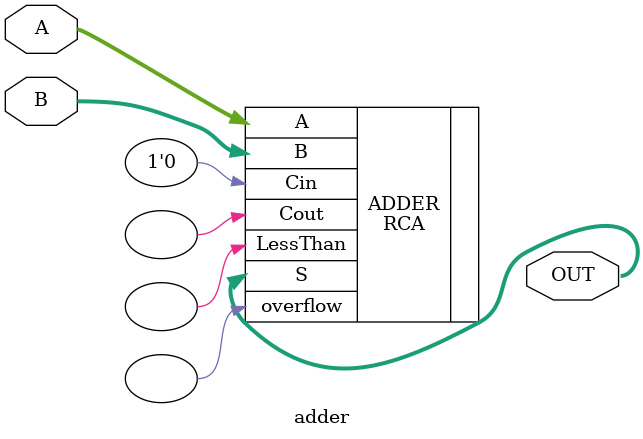
<source format=v>
module adder #(parameter n=32) (
	input [n-1:0] A,B,
	output [n-1:0] OUT
);
RCA #(.n(n)) ADDER (
	.A(A),
	.B(B),
	.Cin(1'b0),
	.Cout(),
	.overflow(),
	.LessThan(),
	.S(OUT)
);
endmodule
</source>
